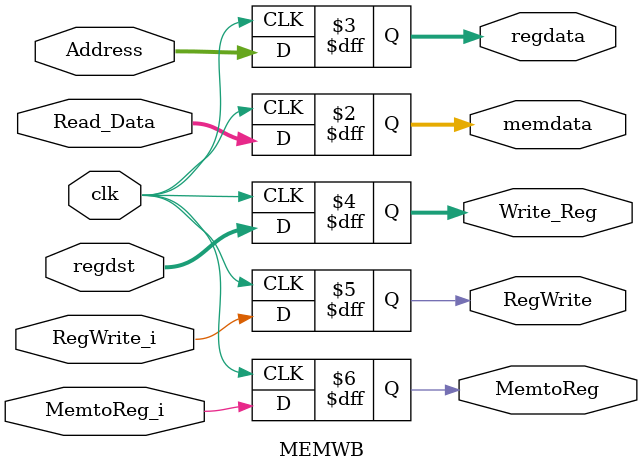
<source format=sv>
`timescale 1ns/1ns
module MEMWB(input clk, input[31:0] Read_Data, Address, input [4:0] regdst,
              input RegWrite_i, MemtoReg_i,
            output logic [31:0] memdata, regdata , output logic [4:0] Write_Reg,
            output logic RegWrite, MemtoReg);


  always @(posedge clk) begin
    memdata <= Read_Data;
    regdata <= Address;
    Write_Reg <= regdst;
    RegWrite <= RegWrite_i;
    MemtoReg <= MemtoReg_i;
  end
endmodule

</source>
